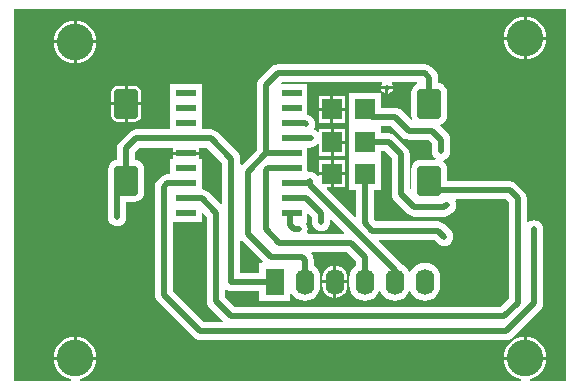
<source format=gtl>
G04*
G04 #@! TF.GenerationSoftware,Altium Limited,Altium Designer,19.0.12 (326)*
G04*
G04 Layer_Physical_Order=1*
G04 Layer_Color=255*
%FSLAX25Y25*%
%MOIN*%
G70*
G01*
G75*
%ADD16R,0.06693X0.07087*%
G04:AMPARAMS|DCode=17|XSize=98.43mil|YSize=78.74mil|CornerRadius=9.84mil|HoleSize=0mil|Usage=FLASHONLY|Rotation=270.000|XOffset=0mil|YOffset=0mil|HoleType=Round|Shape=RoundedRectangle|*
%AMROUNDEDRECTD17*
21,1,0.09843,0.05906,0,0,270.0*
21,1,0.07874,0.07874,0,0,270.0*
1,1,0.01968,-0.02953,-0.03937*
1,1,0.01968,-0.02953,0.03937*
1,1,0.01968,0.02953,0.03937*
1,1,0.01968,0.02953,-0.03937*
%
%ADD17ROUNDEDRECTD17*%
%ADD18R,0.06600X0.02000*%
%ADD26C,0.02000*%
%ADD27O,0.06299X0.08661*%
%ADD28R,0.06299X0.08661*%
%ADD29C,0.02000*%
%ADD30C,0.12205*%
G36*
X276974Y373026D02*
X265051D01*
X264976Y373526D01*
X266231Y373906D01*
X267465Y374566D01*
X268546Y375454D01*
X269434Y376535D01*
X270093Y377769D01*
X270500Y379108D01*
X270587Y380000D01*
X256413D01*
X256500Y379108D01*
X256907Y377769D01*
X257566Y376535D01*
X258454Y375454D01*
X259535Y374566D01*
X260769Y373906D01*
X262024Y373526D01*
X261949Y373026D01*
X115050D01*
X114976Y373526D01*
X116231Y373906D01*
X117465Y374566D01*
X118546Y375454D01*
X119434Y376535D01*
X120094Y377769D01*
X120500Y379108D01*
X120588Y380000D01*
X106412D01*
X106500Y379108D01*
X106906Y377769D01*
X107566Y376535D01*
X108454Y375454D01*
X109535Y374566D01*
X110769Y373906D01*
X112024Y373526D01*
X111950Y373026D01*
X93026D01*
Y496974D01*
X276974D01*
Y373026D01*
D02*
G37*
%LPC*%
G36*
X264000Y494287D02*
Y487700D01*
X270587D01*
X270500Y488592D01*
X270093Y489931D01*
X269434Y491165D01*
X268546Y492246D01*
X267465Y493134D01*
X266231Y493793D01*
X264892Y494200D01*
X264000Y494287D01*
D02*
G37*
G36*
X263000D02*
X262108Y494200D01*
X260769Y493793D01*
X259535Y493134D01*
X258454Y492246D01*
X257566Y491165D01*
X256907Y489931D01*
X256500Y488592D01*
X256413Y487700D01*
X263000D01*
Y494287D01*
D02*
G37*
G36*
X114000Y493058D02*
Y486471D01*
X120588D01*
X120500Y487363D01*
X120094Y488702D01*
X119434Y489936D01*
X118546Y491017D01*
X117465Y491905D01*
X116231Y492564D01*
X114892Y492971D01*
X114000Y493058D01*
D02*
G37*
G36*
X113000D02*
X112108Y492971D01*
X110769Y492564D01*
X109535Y491905D01*
X108454Y491017D01*
X107566Y489936D01*
X106906Y488702D01*
X106500Y487363D01*
X106412Y486471D01*
X113000D01*
Y493058D01*
D02*
G37*
G36*
X270587Y486700D02*
X264000D01*
Y480113D01*
X264892Y480200D01*
X266231Y480607D01*
X267465Y481266D01*
X268546Y482154D01*
X269434Y483235D01*
X270093Y484469D01*
X270500Y485808D01*
X270587Y486700D01*
D02*
G37*
G36*
X263000D02*
X256413D01*
X256500Y485808D01*
X256907Y484469D01*
X257566Y483235D01*
X258454Y482154D01*
X259535Y481266D01*
X260769Y480607D01*
X262108Y480200D01*
X263000Y480113D01*
Y486700D01*
D02*
G37*
G36*
X120588Y485471D02*
X114000D01*
Y478884D01*
X114892Y478971D01*
X116231Y479378D01*
X117465Y480037D01*
X118546Y480925D01*
X119434Y482006D01*
X120094Y483240D01*
X120500Y484579D01*
X120588Y485471D01*
D02*
G37*
G36*
X113000D02*
X106412D01*
X106500Y484579D01*
X106906Y483240D01*
X107566Y482006D01*
X108454Y480925D01*
X109535Y480037D01*
X110769Y479378D01*
X112108Y478971D01*
X113000Y478884D01*
Y485471D01*
D02*
G37*
G36*
X133453Y471255D02*
X131000D01*
Y465795D01*
X135476D01*
Y469232D01*
X135322Y470007D01*
X134883Y470663D01*
X134227Y471101D01*
X133453Y471255D01*
D02*
G37*
G36*
X130000D02*
X127547D01*
X126773Y471101D01*
X126117Y470663D01*
X125678Y470007D01*
X125524Y469232D01*
Y465795D01*
X130000D01*
Y471255D01*
D02*
G37*
G36*
X135476Y464795D02*
X131000D01*
Y459335D01*
X133453D01*
X134227Y459489D01*
X134883Y459928D01*
X135322Y460584D01*
X135476Y461358D01*
Y464795D01*
D02*
G37*
G36*
X130000D02*
X125524D01*
Y461358D01*
X125678Y460584D01*
X126117Y459928D01*
X126773Y459489D01*
X127547Y459335D01*
X130000D01*
Y464795D01*
D02*
G37*
G36*
X230000Y478526D02*
X181000D01*
X180217Y478423D01*
X179487Y478121D01*
X178860Y477640D01*
X178860Y477640D01*
X174860Y473640D01*
X174380Y473013D01*
X174077Y472283D01*
X173974Y471500D01*
Y450002D01*
X169026Y445054D01*
X168526Y445261D01*
Y447000D01*
X168423Y447783D01*
X168121Y448513D01*
X167640Y449140D01*
X160876Y455903D01*
X160250Y456384D01*
X159520Y456686D01*
X158737Y456789D01*
X155700D01*
Y460763D01*
Y465763D01*
Y471763D01*
X145100D01*
Y465763D01*
Y460763D01*
Y456789D01*
X133763D01*
X132980Y456686D01*
X132250Y456384D01*
X131624Y455903D01*
X128360Y452640D01*
X127880Y452013D01*
X127577Y451283D01*
X127474Y450500D01*
Y446642D01*
X126768Y446549D01*
X126042Y446248D01*
X125419Y445770D01*
X124941Y445147D01*
X124640Y444421D01*
X124537Y443642D01*
Y437184D01*
X124474Y436705D01*
Y427500D01*
X124577Y426717D01*
X124880Y425987D01*
X125360Y425360D01*
X125987Y424880D01*
X126717Y424577D01*
X127500Y424474D01*
X128283Y424577D01*
X129013Y424880D01*
X129640Y425360D01*
X130121Y425987D01*
X130423Y426717D01*
X130526Y427500D01*
Y432758D01*
X133453D01*
X134232Y432860D01*
X134958Y433161D01*
X135581Y433639D01*
X136059Y434263D01*
X136360Y434989D01*
X136463Y435768D01*
Y443642D01*
X136360Y444421D01*
X136059Y445147D01*
X135581Y445770D01*
X134958Y446248D01*
X134232Y446549D01*
X133526Y446642D01*
Y449247D01*
X135017Y450737D01*
X146100D01*
Y449263D01*
X154700D01*
Y450737D01*
X157483D01*
X162474Y445747D01*
Y431958D01*
X162012Y431767D01*
X157876Y435903D01*
X157250Y436384D01*
X156520Y436686D01*
X155737Y436789D01*
X155700D01*
Y440763D01*
Y446763D01*
X154700D01*
Y448263D01*
X146100D01*
Y446763D01*
X145100D01*
Y441789D01*
X144172D01*
X143388Y441686D01*
X142659Y441384D01*
X142032Y440903D01*
X142032Y440903D01*
X140860Y439731D01*
X140380Y439105D01*
X140077Y438375D01*
X139974Y437592D01*
Y401737D01*
X140077Y400953D01*
X140380Y400224D01*
X140860Y399597D01*
X152997Y387460D01*
X152997Y387460D01*
X153624Y386980D01*
X154353Y386677D01*
X155137Y386574D01*
X155137Y386574D01*
X257257D01*
X258040Y386677D01*
X258770Y386980D01*
X259397Y387460D01*
X268640Y396704D01*
X269121Y397330D01*
X269423Y398060D01*
X269474Y398452D01*
X269526Y398843D01*
X269526Y398843D01*
Y423500D01*
X269423Y424283D01*
X269121Y425013D01*
X268640Y425640D01*
X268013Y426121D01*
X267283Y426423D01*
X266500Y426526D01*
X265717Y426423D01*
X264987Y426121D01*
X264526Y425767D01*
X264026Y425984D01*
Y433763D01*
X263923Y434547D01*
X263620Y435276D01*
X263140Y435903D01*
X260403Y438640D01*
X259776Y439120D01*
X259047Y439423D01*
X258263Y439526D01*
X237463D01*
Y443642D01*
X237360Y444421D01*
X237059Y445147D01*
X236581Y445770D01*
X236201Y446062D01*
X236260Y446430D01*
X236327Y446595D01*
X237013Y446879D01*
X237640Y447360D01*
X238121Y447987D01*
X238423Y448717D01*
X238526Y449500D01*
Y453374D01*
X238423Y454157D01*
X238121Y454887D01*
X237640Y455514D01*
X235164Y457989D01*
X235357Y458503D01*
X235958Y458751D01*
X236581Y459230D01*
X237059Y459853D01*
X237360Y460579D01*
X237463Y461358D01*
Y469232D01*
X237360Y470011D01*
X237059Y470737D01*
X236581Y471361D01*
X235958Y471839D01*
X235232Y472140D01*
X234526Y472233D01*
Y474000D01*
X234423Y474783D01*
X234120Y475513D01*
X233640Y476140D01*
X232140Y477640D01*
X231513Y478121D01*
X230783Y478423D01*
X230000Y478526D01*
D02*
G37*
G36*
X264000Y387587D02*
Y381000D01*
X270587D01*
X270500Y381892D01*
X270093Y383231D01*
X269434Y384465D01*
X268546Y385546D01*
X267465Y386434D01*
X266231Y387093D01*
X264892Y387500D01*
X264000Y387587D01*
D02*
G37*
G36*
X263000D02*
X262108Y387500D01*
X260769Y387093D01*
X259535Y386434D01*
X258454Y385546D01*
X257566Y384465D01*
X256907Y383231D01*
X256500Y381892D01*
X256413Y381000D01*
X263000D01*
Y387587D01*
D02*
G37*
G36*
X114000D02*
Y381000D01*
X120588D01*
X120500Y381892D01*
X120094Y383231D01*
X119434Y384465D01*
X118546Y385546D01*
X117465Y386434D01*
X116231Y387093D01*
X114892Y387500D01*
X114000Y387587D01*
D02*
G37*
G36*
X113000D02*
X112108Y387500D01*
X110769Y387093D01*
X109535Y386434D01*
X108454Y385546D01*
X107566Y384465D01*
X106906Y383231D01*
X106500Y381892D01*
X106412Y381000D01*
X113000D01*
Y387587D01*
D02*
G37*
%LPD*%
G36*
X227368Y471974D02*
X227042Y471839D01*
X226419Y471361D01*
X225940Y470737D01*
X225640Y470011D01*
X225537Y469232D01*
Y461358D01*
X225640Y460579D01*
X225738Y460343D01*
X225314Y460060D01*
X222277Y463096D01*
X221651Y463577D01*
X220921Y463879D01*
X220138Y463983D01*
X215358D01*
Y469043D01*
X204665D01*
Y457957D01*
X204799D01*
Y446957D01*
Y436457D01*
X207120D01*
Y427798D01*
X206658Y427607D01*
X197270Y436995D01*
X197461Y437457D01*
X198622D01*
Y441500D01*
X194776D01*
Y441444D01*
X194276Y441274D01*
X193915Y441744D01*
X193289Y442225D01*
X192559Y442527D01*
X191776Y442630D01*
X191400Y442581D01*
X190923Y442949D01*
X190900Y443007D01*
Y445763D01*
Y450737D01*
X191763D01*
X192546Y450841D01*
X193276Y451143D01*
X193903Y451624D01*
X194140Y451860D01*
X194140Y451860D01*
X194276Y452038D01*
X194776Y451868D01*
Y447957D01*
X198622D01*
Y452500D01*
Y457043D01*
X194776D01*
Y456132D01*
X194276Y455962D01*
X194140Y456140D01*
X193513Y456621D01*
X193227Y456739D01*
X193240Y457275D01*
X193423Y457717D01*
X193526Y458500D01*
X193423Y459283D01*
X193121Y460013D01*
X192640Y460640D01*
X192376Y460903D01*
X191750Y461384D01*
X191020Y461686D01*
X190900Y461702D01*
Y465763D01*
Y471763D01*
X182492D01*
X182246Y472263D01*
X182409Y472474D01*
X215682D01*
X215874Y471974D01*
X215519Y471443D01*
X215463Y471163D01*
X219343D01*
X219287Y471443D01*
X218932Y471974D01*
X219124Y472474D01*
X227269D01*
X227368Y471974D01*
D02*
G37*
G36*
X222581Y454234D02*
X222581Y454234D01*
X223207Y453754D01*
X223937Y453451D01*
X224721Y453348D01*
X231247D01*
X232474Y452121D01*
Y449500D01*
X232577Y448717D01*
X232879Y447987D01*
X233360Y447360D01*
X233632Y447152D01*
X233463Y446652D01*
X228547D01*
X227768Y446549D01*
X227042Y446248D01*
X226419Y445770D01*
X225940Y445147D01*
X225640Y444421D01*
X225537Y443642D01*
Y437251D01*
X225037Y436983D01*
X225026Y436991D01*
Y448500D01*
X224923Y449283D01*
X224621Y450013D01*
X224140Y450640D01*
X224140Y450640D01*
X220140Y454640D01*
X219513Y455121D01*
X218783Y455423D01*
X218000Y455526D01*
X215492D01*
Y457931D01*
X218884D01*
X222581Y454234D01*
D02*
G37*
G36*
X192474Y427567D02*
Y426000D01*
X192577Y425217D01*
X192879Y424487D01*
X193360Y423860D01*
X193987Y423380D01*
X194717Y423077D01*
X195500Y422974D01*
X196283Y423077D01*
X197013Y423380D01*
X197640Y423860D01*
X198120Y424487D01*
X198423Y425217D01*
X198526Y426000D01*
Y426527D01*
X198988Y426718D01*
X203218Y422488D01*
X203027Y422026D01*
X191087D01*
X190809Y422442D01*
X190923Y422717D01*
X191026Y423500D01*
X190923Y424283D01*
X190621Y425013D01*
X190428Y425263D01*
X190675Y425763D01*
X190900D01*
Y428488D01*
X191362Y428679D01*
X192474Y427567D01*
D02*
G37*
G36*
X218974Y447247D02*
Y435266D01*
X219077Y434483D01*
X219379Y433753D01*
X219860Y433126D01*
X224343Y428644D01*
X224343Y428644D01*
X224970Y428163D01*
X225699Y427861D01*
X226483Y427758D01*
X226483Y427758D01*
X236517D01*
X237300Y427861D01*
X238030Y428163D01*
X238657Y428644D01*
X238808Y428794D01*
X239013Y428879D01*
X239640Y429360D01*
X240121Y429987D01*
X240423Y430717D01*
X240526Y431500D01*
X240423Y432283D01*
X240137Y432974D01*
X240265Y433338D01*
X240332Y433474D01*
X257010D01*
X257974Y432510D01*
Y400253D01*
X255247Y397526D01*
X166753D01*
X163526Y400753D01*
Y403168D01*
X163662Y403235D01*
X164026Y403363D01*
X164717Y403077D01*
X165500Y402974D01*
X174850D01*
Y399669D01*
X185150D01*
Y401860D01*
X185650Y402029D01*
X186327Y401146D01*
X187403Y400321D01*
X188656Y399802D01*
X190000Y399625D01*
X191344Y399802D01*
X192597Y400321D01*
X193673Y401146D01*
X194498Y402222D01*
X195017Y403475D01*
X195194Y404819D01*
Y407181D01*
X195017Y408525D01*
X194498Y409778D01*
X193673Y410854D01*
X193026Y411350D01*
Y413393D01*
X192923Y414177D01*
X192621Y414907D01*
X192185Y415474D01*
X192272Y415852D01*
X192322Y415974D01*
X204075D01*
X206974Y413075D01*
Y411350D01*
X206327Y410854D01*
X205502Y409778D01*
X204983Y408525D01*
X204806Y407181D01*
Y404819D01*
X204983Y403475D01*
X205502Y402222D01*
X206327Y401146D01*
X207403Y400321D01*
X208656Y399802D01*
X210000Y399625D01*
X211344Y399802D01*
X212597Y400321D01*
X213673Y401146D01*
X214498Y402222D01*
X214750Y402830D01*
X215250D01*
X215502Y402222D01*
X216327Y401146D01*
X217403Y400321D01*
X218656Y399802D01*
X220000Y399625D01*
X221344Y399802D01*
X222597Y400321D01*
X223673Y401146D01*
X224498Y402222D01*
X224750Y402830D01*
X225250D01*
X225502Y402222D01*
X226327Y401146D01*
X227403Y400321D01*
X228656Y399802D01*
X230000Y399625D01*
X231344Y399802D01*
X232597Y400321D01*
X233673Y401146D01*
X234498Y402222D01*
X235017Y403475D01*
X235194Y404819D01*
Y407181D01*
X235017Y408525D01*
X234498Y409778D01*
X233673Y410854D01*
X232597Y411679D01*
X231344Y412198D01*
X230000Y412375D01*
X228656Y412198D01*
X227403Y411679D01*
X226327Y410854D01*
X225502Y409778D01*
X225250Y409170D01*
X224750D01*
X224498Y409778D01*
X223673Y410854D01*
X222597Y411679D01*
X222428Y411749D01*
X222140Y412125D01*
X222140Y412125D01*
X214667Y419598D01*
X214858Y420060D01*
X233161D01*
X234360Y418860D01*
X234987Y418379D01*
X235717Y418077D01*
X236500Y417974D01*
X237283Y418077D01*
X238013Y418379D01*
X238640Y418860D01*
X239121Y419487D01*
X239423Y420217D01*
X239526Y421000D01*
X239423Y421783D01*
X239121Y422513D01*
X238640Y423140D01*
X236554Y425225D01*
X235927Y425706D01*
X235197Y426009D01*
X234414Y426112D01*
X213810D01*
X213172Y426750D01*
Y436457D01*
X215492D01*
Y446957D01*
Y449474D01*
X216747D01*
X218974Y447247D01*
D02*
G37*
G36*
X175928Y412793D02*
X175737Y412331D01*
X174850D01*
Y409026D01*
X168526D01*
Y419488D01*
X169026Y419695D01*
X175928Y412793D01*
D02*
G37*
G36*
X157474Y427747D02*
Y399500D01*
X157577Y398717D01*
X157879Y397987D01*
X158360Y397360D01*
X162633Y393088D01*
X162442Y392626D01*
X156390D01*
X146026Y402990D01*
Y425763D01*
X155700D01*
Y428867D01*
X156162Y429059D01*
X157474Y427747D01*
D02*
G37*
%LPC*%
G36*
X219343Y470163D02*
X217903D01*
Y468723D01*
X218183Y468779D01*
X218845Y469221D01*
X219287Y469882D01*
X219343Y470163D01*
D02*
G37*
G36*
X216903D02*
X215463D01*
X215519Y469882D01*
X215961Y469221D01*
X216623Y468779D01*
X216903Y468723D01*
Y470163D01*
D02*
G37*
G36*
X203335Y468043D02*
X199488D01*
Y464000D01*
X203335D01*
Y468043D01*
D02*
G37*
G36*
X198488D02*
X194642D01*
Y464000D01*
X198488D01*
Y468043D01*
D02*
G37*
G36*
X203335Y463000D02*
X199488D01*
Y458957D01*
X203335D01*
Y463000D01*
D02*
G37*
G36*
X198488D02*
X194642D01*
Y458957D01*
X198488D01*
Y463000D01*
D02*
G37*
G36*
X203468Y457043D02*
X199622D01*
Y453000D01*
X203468D01*
Y457043D01*
D02*
G37*
G36*
Y452000D02*
X199622D01*
Y447957D01*
X203468D01*
Y452000D01*
D02*
G37*
G36*
Y446543D02*
X199622D01*
Y442500D01*
X203468D01*
Y446543D01*
D02*
G37*
G36*
X198622D02*
X194776D01*
Y442500D01*
X198622D01*
Y446543D01*
D02*
G37*
G36*
X203468Y441500D02*
X199622D01*
Y437457D01*
X203468D01*
Y441500D01*
D02*
G37*
G36*
X200500Y411301D02*
Y406500D01*
X204185D01*
Y407181D01*
X204043Y408264D01*
X203625Y409274D01*
X202959Y410141D01*
X202093Y410806D01*
X201083Y411224D01*
X200500Y411301D01*
D02*
G37*
G36*
X199500D02*
X198917Y411224D01*
X197907Y410806D01*
X197040Y410141D01*
X196375Y409274D01*
X195957Y408264D01*
X195815Y407181D01*
Y406500D01*
X199500D01*
Y411301D01*
D02*
G37*
G36*
X204185Y405500D02*
X200500D01*
Y400699D01*
X201083Y400776D01*
X202093Y401194D01*
X202959Y401859D01*
X203625Y402726D01*
X204043Y403736D01*
X204185Y404819D01*
Y405500D01*
D02*
G37*
G36*
X199500D02*
X195815D01*
Y404819D01*
X195957Y403736D01*
X196375Y402726D01*
X197040Y401859D01*
X197907Y401194D01*
X198917Y400776D01*
X199500Y400699D01*
Y405500D01*
D02*
G37*
%LPD*%
D16*
X199122Y452500D02*
D03*
X210146D02*
D03*
X199122Y442000D02*
D03*
X210146D02*
D03*
X198988Y463500D02*
D03*
X210012D02*
D03*
D17*
X231500Y439705D02*
D03*
Y465295D02*
D03*
X130500Y439705D02*
D03*
Y465295D02*
D03*
D18*
X150400Y468763D02*
D03*
Y463763D02*
D03*
Y458763D02*
D03*
Y453763D02*
D03*
Y448763D02*
D03*
Y443763D02*
D03*
Y438763D02*
D03*
Y433763D02*
D03*
Y428763D02*
D03*
X185600D02*
D03*
Y433763D02*
D03*
Y438763D02*
D03*
Y443763D02*
D03*
Y448763D02*
D03*
Y453763D02*
D03*
Y458763D02*
D03*
Y463763D02*
D03*
Y468763D02*
D03*
D26*
X257257Y389600D02*
X266500Y398843D01*
X155137Y389600D02*
X257257D01*
X143000Y401737D02*
X155137Y389600D01*
X266500Y398843D02*
Y423500D01*
X127500Y436705D02*
X130500Y439705D01*
X127500Y427500D02*
Y436705D01*
X130500Y439705D02*
Y450500D01*
X177000Y448778D02*
X177015Y448763D01*
X177000Y448778D02*
Y471500D01*
X181000Y475500D01*
X230000D01*
X231500Y474000D01*
Y465295D02*
Y474000D01*
X191776Y438210D02*
X220000Y409985D01*
Y406000D02*
Y409985D01*
X191776Y438210D02*
Y439604D01*
X212556Y423086D02*
X234414D01*
X210146Y425496D02*
X212556Y423086D01*
X210146Y425496D02*
Y442000D01*
X205328Y419000D02*
X210000Y414328D01*
Y406000D02*
Y414328D01*
X181500Y419000D02*
X205328D01*
X189065Y414328D02*
X190000Y413393D01*
Y406000D02*
Y413393D01*
X178672Y414328D02*
X189065D01*
X171000Y422000D02*
X178672Y414328D01*
X171000Y422000D02*
Y442749D01*
X177015Y448763D01*
X185600D01*
X177000Y443092D02*
X177672Y443763D01*
X177000Y423500D02*
Y443092D01*
Y423500D02*
X181500Y419000D01*
X158737Y453763D02*
X165500Y447000D01*
Y406000D02*
Y447000D01*
Y406000D02*
X180000D01*
X177672Y443763D02*
X185600D01*
X130500Y450500D02*
X133763Y453763D01*
X150400D01*
X143000Y401737D02*
Y437592D01*
X144172Y438763D01*
X150400D01*
Y453763D02*
X158737D01*
X234437Y436500D02*
X258263D01*
X231500Y439437D02*
X234437Y436500D01*
X231500Y439437D02*
Y439705D01*
X155737Y433763D02*
X160500Y429000D01*
X150400Y433763D02*
X155737D01*
X160500Y399500D02*
Y429000D01*
Y399500D02*
X165500Y394500D01*
X256500D01*
X261000Y399000D01*
Y433763D01*
X258263Y436500D02*
X261000Y433763D01*
X191763Y453763D02*
X192000Y454000D01*
X185600Y453763D02*
X191763D01*
X190237Y458763D02*
X190500Y458500D01*
X185600Y458763D02*
X190237D01*
X190935Y438763D02*
X191776Y439604D01*
X185600Y438763D02*
X190935D01*
X190557Y433763D02*
X195500Y428820D01*
X185600Y433763D02*
X190557D01*
X195500Y426000D02*
Y428820D01*
X185000Y425000D02*
Y428763D01*
X185600D01*
X185000Y425000D02*
X186500Y423500D01*
X188000D01*
X222000Y435266D02*
X226483Y430784D01*
X236517D01*
X237234Y431500D01*
X237500D01*
X222000Y435266D02*
Y448500D01*
X218000Y452500D02*
X222000Y448500D01*
X210146Y452500D02*
X218000D01*
X234414Y423086D02*
X236500Y421000D01*
X232500Y456374D02*
X235500Y453374D01*
Y449500D02*
Y453374D01*
X224721Y456374D02*
X232500D01*
X220138Y460957D02*
X224721Y456374D01*
X212358Y460957D02*
X220138D01*
X210012Y463303D02*
X212358Y460957D01*
X210012Y463303D02*
Y463500D01*
D27*
X230000Y406000D02*
D03*
X220000D02*
D03*
X210000D02*
D03*
X200000D02*
D03*
X190000D02*
D03*
D28*
X180000D02*
D03*
D29*
X217403Y470663D02*
D03*
X127500Y427500D02*
D03*
X266500Y423500D02*
D03*
X242000Y436500D02*
D03*
X192000Y454000D02*
D03*
X190500Y458500D02*
D03*
X191776Y439604D02*
D03*
X195500Y426000D02*
D03*
X188000Y423500D02*
D03*
X236500Y421000D02*
D03*
X237500Y431500D02*
D03*
X235500Y449500D02*
D03*
D30*
X113500Y485971D02*
D03*
Y380500D02*
D03*
X263500D02*
D03*
Y487200D02*
D03*
M02*

</source>
